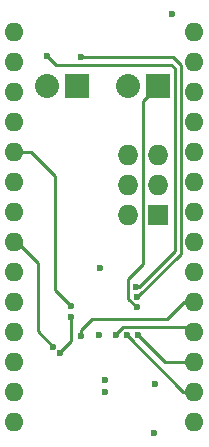
<source format=gbl>
G04 #@! TF.FileFunction,Copper,L4,Bot,Signal*
%FSLAX46Y46*%
G04 Gerber Fmt 4.6, Leading zero omitted, Abs format (unit mm)*
G04 Created by KiCad (PCBNEW 4.0.2-stable) date 6/14/2016 9:54:22 PM*
%MOMM*%
G01*
G04 APERTURE LIST*
%ADD10C,0.100000*%
%ADD11R,2.032000X2.032000*%
%ADD12O,2.032000X2.032000*%
%ADD13R,1.727200X1.727200*%
%ADD14O,1.727200X1.727200*%
%ADD15O,1.600000X1.600000*%
%ADD16C,0.600000*%
%ADD17C,0.254000*%
G04 APERTURE END LIST*
D10*
D11*
X155448000Y-124968000D03*
D12*
X152908000Y-124968000D03*
D11*
X162306000Y-124968000D03*
D12*
X159766000Y-124968000D03*
D13*
X162306000Y-135890000D03*
D14*
X159766000Y-135890000D03*
X162306000Y-133350000D03*
X159766000Y-133350000D03*
X162306000Y-130810000D03*
X159766000Y-130810000D03*
D15*
X150114000Y-120396000D03*
X150114000Y-122936000D03*
X150114000Y-125476000D03*
X150114000Y-128016000D03*
X150114000Y-130556000D03*
X150114000Y-133096000D03*
X150114000Y-135636000D03*
X150114000Y-138176000D03*
X150114000Y-140716000D03*
X150114000Y-143256000D03*
X150114000Y-145796000D03*
X150114000Y-148336000D03*
X150114000Y-150876000D03*
X150114000Y-153416000D03*
X165354000Y-153416000D03*
X165354000Y-150876000D03*
X165354000Y-148336000D03*
X165354000Y-145796000D03*
X165354000Y-143256000D03*
X165354000Y-140716000D03*
X165354000Y-138176000D03*
X165354000Y-135636000D03*
X165354000Y-133096000D03*
X165354000Y-130556000D03*
X165354000Y-128016000D03*
X165354000Y-125476000D03*
X165354000Y-122936000D03*
X165354000Y-120396000D03*
D16*
X157797500Y-150939500D03*
X157797500Y-149923500D03*
X163449000Y-118872000D03*
X157289500Y-146113500D03*
X161925000Y-154368500D03*
X162052000Y-150241000D03*
X157353000Y-140398500D03*
X160464500Y-143700500D03*
X154940000Y-143637000D03*
X160528000Y-142875000D03*
X155765500Y-122555000D03*
X152908000Y-122491500D03*
X160401000Y-142049500D03*
X158750000Y-146113500D03*
X155765500Y-146177000D03*
X160591500Y-146050000D03*
X154940000Y-144526000D03*
X153987500Y-147637500D03*
X159639000Y-146113500D03*
X153416000Y-147066000D03*
D17*
X161036000Y-140081000D02*
X161036000Y-126238000D01*
X161036000Y-126238000D02*
X162306000Y-124968000D01*
X159766000Y-141351000D02*
X161036000Y-140081000D01*
X159766000Y-143002000D02*
X159766000Y-141351000D01*
X160464500Y-143700500D02*
X159766000Y-143002000D01*
X153543000Y-132588000D02*
X151511000Y-130556000D01*
X151511000Y-130556000D02*
X150114000Y-130556000D01*
X153543000Y-142240000D02*
X153543000Y-132588000D01*
X154940000Y-143637000D02*
X153543000Y-142240000D01*
X164211000Y-123253500D02*
X164211000Y-139192000D01*
X164211000Y-139192000D02*
X160528000Y-142875000D01*
X163512500Y-122555000D02*
X164211000Y-123253500D01*
X163385500Y-122555000D02*
X163512500Y-122555000D01*
X155765500Y-122555000D02*
X163385500Y-122555000D01*
X163385500Y-123190000D02*
X153606500Y-123190000D01*
X153606500Y-123190000D02*
X152908000Y-122491500D01*
X163703000Y-123507500D02*
X163385500Y-123190000D01*
X163703000Y-139001500D02*
X163703000Y-123507500D01*
X160655000Y-142049500D02*
X163703000Y-139001500D01*
X160401000Y-142049500D02*
X160655000Y-142049500D01*
X159321500Y-145415000D02*
X164973000Y-145415000D01*
X164973000Y-145415000D02*
X165354000Y-145796000D01*
X158750000Y-145986500D02*
X159321500Y-145415000D01*
X158750000Y-146113500D02*
X158750000Y-145986500D01*
X156718000Y-144716500D02*
X155765500Y-145669000D01*
X155765500Y-145669000D02*
X155765500Y-146177000D01*
X163004500Y-144716500D02*
X156718000Y-144716500D01*
X164465000Y-143256000D02*
X163004500Y-144716500D01*
X165354000Y-143256000D02*
X164465000Y-143256000D01*
X160591500Y-146050000D02*
X162877500Y-148336000D01*
X162877500Y-148336000D02*
X165354000Y-148336000D01*
X153987500Y-147510500D02*
X154940000Y-146558000D01*
X154940000Y-146558000D02*
X154940000Y-144526000D01*
X153987500Y-147637500D02*
X153987500Y-147510500D01*
X159639000Y-146113500D02*
X164401500Y-150876000D01*
X164401500Y-150876000D02*
X165354000Y-150876000D01*
X152082500Y-139954000D02*
X152082500Y-145732500D01*
X152082500Y-145732500D02*
X153416000Y-147066000D01*
X150304500Y-138176000D02*
X152082500Y-139954000D01*
X150114000Y-138176000D02*
X150304500Y-138176000D01*
M02*

</source>
